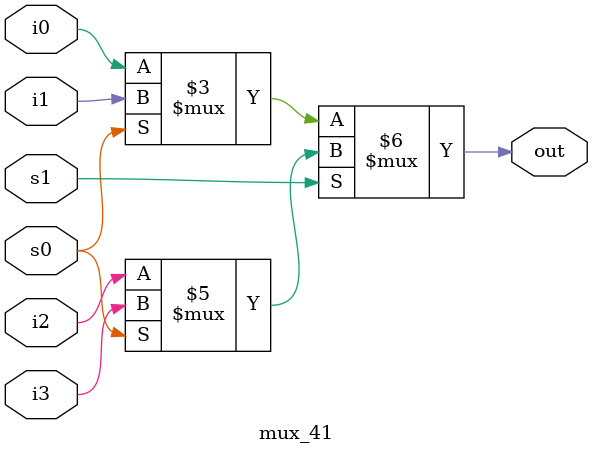
<source format=v>
module mux_41(out, i0, i1, i2, i3, s0, s1);
output out;
input i0, i1, i2, i3, s0, s1;

assign out = (s1 == 1'b0) ? ((s0 == 1'b0 ? i0: i1)) : ((s0 == 1'b0 ? i2 : i3));
endmodule

</source>
